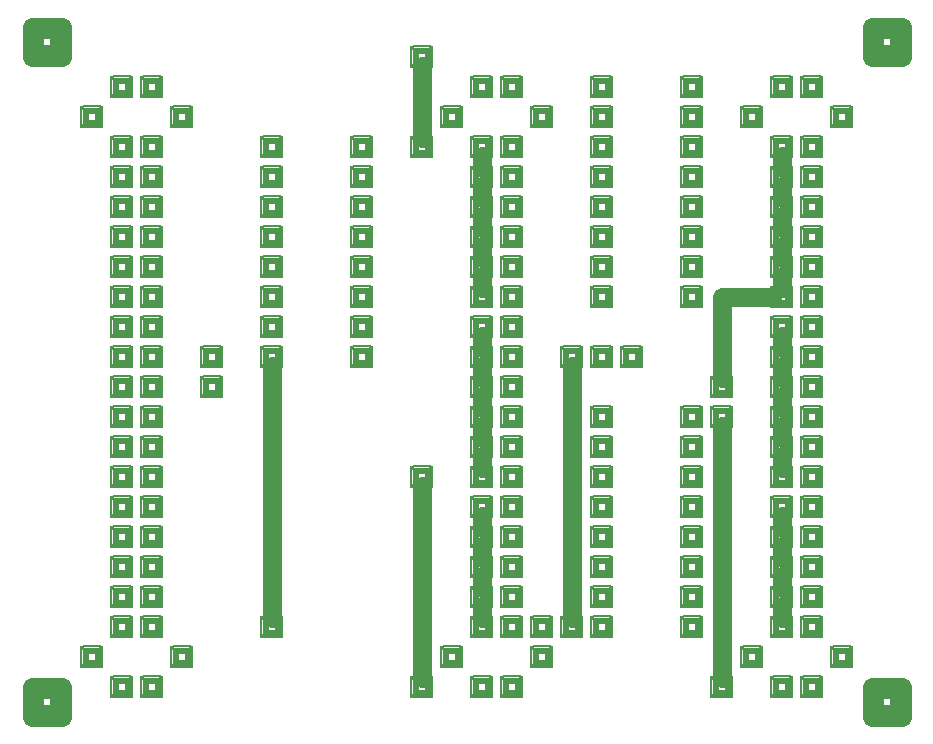
<source format=gtl>
%MOIN*%
%FSLAX23Y23*%
%ADD10C,.012*%
%ADD11C,.062*%
%ADD12C,.050X.024*%
%ADD13R,.062X.062X.024*%
%ADD14C,.016*%
%ADD15R,.008X.062*%
%ADD16R,.062X.008*%
%ADD17C,.008*%
%LPD*%
G90*X0Y0D02*X150Y150D02*D11*X50D01*Y250D01*       
X150D01*Y150D01*D13*X100Y200D03*X250Y350D03*D14*  
X281Y381D03*Y319D03*X219Y381D03*Y319D03*D15*      
X285Y350D03*X215D03*D16*X250Y385D03*Y315D03*D13*  
X350Y250D03*D14*X381Y281D03*Y219D03*X319Y281D03*  
Y219D03*D15*X385Y250D03*X315D03*D16*X350Y285D03*  
Y215D03*D13*X450Y450D03*D14*X481Y481D03*Y419D03*  
X419Y481D03*Y419D03*D15*X485Y450D03*X415D03*D16*  
X450Y485D03*Y415D03*D13*X350Y450D03*D14*          
X381Y481D03*Y419D03*X319Y481D03*Y419D03*D15*      
X385Y450D03*X315D03*D16*X350Y485D03*Y415D03*D13*  
X450Y250D03*D14*X481Y281D03*Y219D03*X419Y281D03*  
Y219D03*D15*X485Y250D03*X415D03*D16*X450Y285D03*  
Y215D03*D13*Y550D03*D14*X481Y581D03*Y519D03*      
X419Y581D03*Y519D03*D15*X485Y550D03*X415D03*D16*  
X450Y585D03*Y515D03*D13*X350Y550D03*D14*          
X381Y581D03*Y519D03*X319Y581D03*Y519D03*D15*      
X385Y550D03*X315D03*D16*X350Y585D03*Y515D03*D13*  
X550Y350D03*D14*X581Y381D03*Y319D03*X519Y381D03*  
Y319D03*D15*X585Y350D03*X515D03*D16*X550Y385D03*  
Y315D03*D13*X450Y650D03*D14*X481Y681D03*Y619D03*  
X419Y681D03*Y619D03*D15*X485Y650D03*X415D03*D16*  
X450Y685D03*Y615D03*D13*X350Y650D03*D14*          
X381Y681D03*Y619D03*X319Y681D03*Y619D03*D15*      
X385Y650D03*X315D03*D16*X350Y685D03*Y615D03*D13*  
X450Y750D03*D14*X481Y781D03*Y719D03*X419Y781D03*  
Y719D03*D15*X485Y750D03*X415D03*D16*X450Y785D03*  
Y715D03*D13*X350Y750D03*D14*X381Y781D03*Y719D03*  
X319Y781D03*Y719D03*D15*X385Y750D03*X315D03*D16*  
X350Y785D03*Y715D03*D13*X450Y850D03*D14*          
X481Y881D03*Y819D03*X419Y881D03*Y819D03*D15*      
X485Y850D03*X415D03*D16*X450Y885D03*Y815D03*D13*  
X350Y850D03*D14*X381Y881D03*Y819D03*X319Y881D03*  
Y819D03*D15*X385Y850D03*X315D03*D16*X350Y885D03*  
Y815D03*D13*X850Y450D03*D14*X881Y481D03*Y419D03*  
X819Y481D03*Y419D03*D15*X885Y450D03*X815D03*D16*  
X850Y485D03*Y415D03*Y481D02*D11*Y1319D01*D13*     
Y1350D03*D14*X881Y1381D03*Y1319D03*X819Y1381D03*  
Y1319D03*D15*X885Y1350D03*X815D03*D16*            
X850Y1385D03*Y1315D03*D13*Y1450D03*D14*           
X881Y1481D03*Y1419D03*X819Y1481D03*Y1419D03*D15*  
X885Y1450D03*X815D03*D16*X850Y1485D03*Y1415D03*   
D13*Y1550D03*D14*X881Y1581D03*Y1519D03*           
X819Y1581D03*Y1519D03*D15*X885Y1550D03*X815D03*   
D16*X850Y1585D03*Y1515D03*D13*X650Y1350D03*D14*   
X681Y1381D03*Y1319D03*X619Y1381D03*Y1319D03*D15*  
X685Y1350D03*X615D03*D16*X650Y1385D03*Y1315D03*   
D13*Y1250D03*D14*X681Y1281D03*Y1219D03*           
X619Y1281D03*Y1219D03*D15*X685Y1250D03*X615D03*   
D16*X650Y1285D03*Y1215D03*D13*X1150Y1650D03*D14*  
X1181Y1681D03*Y1619D03*X1119Y1681D03*Y1619D03*D15*
X1185Y1650D03*X1115D03*D16*X1150Y1685D03*Y1615D03*
D13*Y1350D03*D14*X1181Y1381D03*Y1319D03*          
X1119Y1381D03*Y1319D03*D15*X1185Y1350D03*X1115D03*
D16*X1150Y1385D03*Y1315D03*D13*X850Y1650D03*D14*  
X881Y1681D03*Y1619D03*X819Y1681D03*Y1619D03*D15*  
X885Y1650D03*X815D03*D16*X850Y1685D03*Y1615D03*   
D13*X1150Y1450D03*D14*X1181Y1481D03*Y1419D03*     
X1119Y1481D03*Y1419D03*D15*X1185Y1450D03*X1115D03*
D16*X1150Y1485D03*Y1415D03*D13*Y1550D03*D14*      
X1181Y1581D03*Y1519D03*X1119Y1581D03*Y1519D03*D15*
X1185Y1550D03*X1115D03*D16*X1150Y1585D03*Y1515D03*
D13*X450Y1750D03*D14*X481Y1781D03*Y1719D03*       
X419Y1781D03*Y1719D03*D15*X485Y1750D03*X415D03*   
D16*X450Y1785D03*Y1715D03*D13*Y950D03*D14*        
X481Y981D03*Y919D03*X419Y981D03*Y919D03*D15*      
X485Y950D03*X415D03*D16*X450Y985D03*Y915D03*D13*  
X1150Y1750D03*D14*X1181Y1781D03*Y1719D03*         
X1119Y1781D03*Y1719D03*D15*X1185Y1750D03*X1115D03*
D16*X1150Y1785D03*Y1715D03*D13*X450Y1650D03*D14*  
X481Y1681D03*Y1619D03*X419Y1681D03*Y1619D03*D15*  
X485Y1650D03*X415D03*D16*X450Y1685D03*Y1615D03*   
D13*Y1550D03*D14*X481Y1581D03*Y1519D03*           
X419Y1581D03*Y1519D03*D15*X485Y1550D03*X415D03*   
D16*X450Y1585D03*Y1515D03*D13*Y1450D03*D14*       
X481Y1481D03*Y1419D03*X419Y1481D03*Y1419D03*D15*  
X485Y1450D03*X415D03*D16*X450Y1485D03*Y1415D03*   
D13*X850Y1750D03*D14*X881Y1781D03*Y1719D03*       
X819Y1781D03*Y1719D03*D15*X885Y1750D03*X815D03*   
D16*X850Y1785D03*Y1715D03*D13*X450Y1350D03*D14*   
X481Y1381D03*Y1319D03*X419Y1381D03*Y1319D03*D15*  
X485Y1350D03*X415D03*D16*X450Y1385D03*Y1315D03*   
D13*Y1250D03*D14*X481Y1281D03*Y1219D03*           
X419Y1281D03*Y1219D03*D15*X485Y1250D03*X415D03*   
D16*X450Y1285D03*Y1215D03*D13*Y1150D03*D14*       
X481Y1181D03*Y1119D03*X419Y1181D03*Y1119D03*D15*  
X485Y1150D03*X415D03*D16*X450Y1185D03*Y1115D03*   
D13*Y1050D03*D14*X481Y1081D03*Y1019D03*           
X419Y1081D03*Y1019D03*D15*X485Y1050D03*X415D03*   
D16*X450Y1085D03*Y1015D03*D13*X350Y1850D03*D14*   
X381Y1881D03*Y1819D03*X319Y1881D03*Y1819D03*D15*  
X385Y1850D03*X315D03*D16*X350Y1885D03*Y1815D03*   
D13*X1350Y950D03*D14*X1381Y981D03*Y919D03*        
X1319Y981D03*Y919D03*D15*X1385Y950D03*X1315D03*   
D16*X1350Y985D03*Y915D03*Y919D02*D11*Y281D01*D13* 
Y250D03*D14*X1381Y281D03*Y219D03*X1319Y281D03*    
Y219D03*D15*X1385Y250D03*X1315D03*D16*            
X1350Y285D03*Y215D03*D13*X1450Y350D03*D14*        
X1481Y381D03*Y319D03*X1419Y381D03*Y319D03*D15*    
X1485Y350D03*X1415D03*D16*X1450Y385D03*Y315D03*   
D13*X1550Y450D03*D14*X1581Y481D03*Y419D03*        
X1519Y481D03*Y419D03*D15*X1585Y450D03*X1515D03*   
D16*X1550Y485D03*Y415D03*Y481D02*D11*Y519D01*D13* 
Y550D03*D14*X1581Y581D03*Y519D03*X1519Y581D03*    
Y519D03*D15*X1585Y550D03*X1515D03*D16*            
X1550Y585D03*Y515D03*Y581D02*D11*Y619D01*D13*     
Y650D03*D14*X1581Y681D03*Y619D03*X1519Y681D03*    
Y619D03*D15*X1585Y650D03*X1515D03*D16*            
X1550Y685D03*Y615D03*Y681D02*D11*Y719D01*D13*     
Y750D03*D14*X1581Y781D03*Y719D03*X1519Y781D03*    
Y719D03*D15*X1585Y750D03*X1515D03*D16*            
X1550Y785D03*Y715D03*Y781D02*D11*Y819D01*D13*     
Y850D03*D14*X1581Y881D03*Y819D03*X1519Y881D03*    
Y819D03*D15*X1585Y850D03*X1515D03*D16*            
X1550Y885D03*Y815D03*D13*X1650Y750D03*D14*        
X1681Y781D03*Y719D03*X1619Y781D03*Y719D03*D15*    
X1685Y750D03*X1615D03*D16*X1650Y785D03*Y715D03*   
D13*Y950D03*D14*X1681Y981D03*Y919D03*X1619Y981D03*
Y919D03*D15*X1685Y950D03*X1615D03*D16*            
X1650Y985D03*Y915D03*D13*Y850D03*D14*X1681Y881D03*
Y819D03*X1619Y881D03*Y819D03*D15*X1685Y850D03*    
X1615D03*D16*X1650Y885D03*Y815D03*D13*            
X1550Y950D03*D14*X1581Y981D03*Y919D03*            
X1519Y981D03*Y919D03*D15*X1585Y950D03*X1515D03*   
D16*X1550Y985D03*Y915D03*Y981D02*D11*Y1019D01*D13*
Y1050D03*D14*X1581Y1081D03*Y1019D03*X1519Y1081D03*
Y1019D03*D15*X1585Y1050D03*X1515D03*D16*          
X1550Y1085D03*Y1015D03*Y1081D02*D11*Y1119D01*D13* 
Y1150D03*D14*X1581Y1181D03*Y1119D03*X1519Y1181D03*
Y1119D03*D15*X1585Y1150D03*X1515D03*D16*          
X1550Y1185D03*Y1115D03*Y1181D02*D11*Y1219D01*D13* 
Y1250D03*D14*X1581Y1281D03*Y1219D03*X1519Y1281D03*
Y1219D03*D15*X1585Y1250D03*X1515D03*D16*          
X1550Y1285D03*Y1215D03*Y1281D02*D11*Y1319D01*D13* 
Y1350D03*D14*X1581Y1381D03*Y1319D03*X1519Y1381D03*
Y1319D03*D15*X1585Y1350D03*X1515D03*D16*          
X1550Y1385D03*Y1315D03*Y1381D02*D11*Y1419D01*D13* 
Y1450D03*D14*X1581Y1481D03*Y1419D03*X1519Y1481D03*
Y1419D03*D15*X1585Y1450D03*X1515D03*D16*          
X1550Y1485D03*Y1415D03*D13*X1650Y1350D03*D14*     
X1681Y1381D03*Y1319D03*X1619Y1381D03*Y1319D03*D15*
X1685Y1350D03*X1615D03*D16*X1650Y1385D03*Y1315D03*
D13*Y1550D03*D14*X1681Y1581D03*Y1519D03*          
X1619Y1581D03*Y1519D03*D15*X1685Y1550D03*X1615D03*
D16*X1650Y1585D03*Y1515D03*D13*Y1450D03*D14*      
X1681Y1481D03*Y1419D03*X1619Y1481D03*Y1419D03*D15*
X1685Y1450D03*X1615D03*D16*X1650Y1485D03*Y1415D03*
D13*X1550Y1550D03*D14*X1581Y1581D03*Y1519D03*     
X1519Y1581D03*Y1519D03*D15*X1585Y1550D03*X1515D03*
D16*X1550Y1585D03*Y1515D03*Y1581D02*D11*Y1619D01* 
D13*Y1650D03*D14*X1581Y1681D03*Y1619D03*          
X1519Y1681D03*Y1619D03*D15*X1585Y1650D03*X1515D03*
D16*X1550Y1685D03*Y1615D03*Y1681D02*D11*Y1719D01* 
D13*Y1750D03*D14*X1581Y1781D03*Y1719D03*          
X1519Y1781D03*Y1719D03*D15*X1585Y1750D03*X1515D03*
D16*X1550Y1785D03*Y1715D03*Y1781D02*D11*Y1819D01* 
D13*Y1850D03*D14*X1581Y1881D03*Y1819D03*          
X1519Y1881D03*Y1819D03*D15*X1585Y1850D03*X1515D03*
D16*X1550Y1885D03*Y1815D03*Y1881D02*D11*Y1919D01* 
D13*Y1950D03*D14*X1581Y1981D03*Y1919D03*          
X1519Y1981D03*Y1919D03*D15*X1585Y1950D03*X1515D03*
D16*X1550Y1985D03*Y1915D03*Y1981D02*D11*Y2019D01* 
D13*Y2050D03*D14*X1581Y2081D03*Y2019D03*          
X1519Y2081D03*Y2019D03*D15*X1585Y2050D03*X1515D03*
D16*X1550Y2085D03*Y2015D03*D13*X1650Y1950D03*D14* 
X1681Y1981D03*Y1919D03*X1619Y1981D03*Y1919D03*D15*
X1685Y1950D03*X1615D03*D16*X1650Y1985D03*Y1915D03*
D13*X1450Y2150D03*D14*X1481Y2181D03*Y2119D03*     
X1419Y2181D03*Y2119D03*D15*X1485Y2150D03*X1415D03*
D16*X1450Y2185D03*Y2115D03*D13*X1650Y2050D03*D14* 
X1681Y2081D03*Y2019D03*X1619Y2081D03*Y2019D03*D15*
X1685Y2050D03*X1615D03*D16*X1650Y2085D03*Y2015D03*
D13*Y2250D03*D14*X1681Y2281D03*Y2219D03*          
X1619Y2281D03*Y2219D03*D15*X1685Y2250D03*X1615D03*
D16*X1650Y2285D03*Y2215D03*D13*X1550Y2250D03*D14* 
X1581Y2281D03*Y2219D03*X1519Y2281D03*Y2219D03*D15*
X1585Y2250D03*X1515D03*D16*X1550Y2285D03*Y2215D03*
D13*X1350Y2050D03*D14*X1381Y2081D03*Y2019D03*     
X1319Y2081D03*Y2019D03*D15*X1385Y2050D03*X1315D03*
D16*X1350Y2085D03*Y2015D03*Y2081D02*D11*Y2319D01* 
D13*Y2350D03*D14*X1381Y2381D03*Y2319D03*          
X1319Y2381D03*Y2319D03*D15*X1385Y2350D03*X1315D03*
D16*X1350Y2385D03*Y2315D03*D13*X1150Y2050D03*D14* 
X1181Y2081D03*Y2019D03*X1119Y2081D03*Y2019D03*D15*
X1185Y2050D03*X1115D03*D16*X1150Y2085D03*Y2015D03*
D13*X1750Y2150D03*D14*X1781Y2181D03*Y2119D03*     
X1719Y2181D03*Y2119D03*D15*X1785Y2150D03*X1715D03*
D16*X1750Y2185D03*Y2115D03*D13*X1150Y1950D03*D14* 
X1181Y1981D03*Y1919D03*X1119Y1981D03*Y1919D03*D15*
X1185Y1950D03*X1115D03*D16*X1150Y1985D03*Y1915D03*
D13*X850Y1850D03*D14*X881Y1881D03*Y1819D03*       
X819Y1881D03*Y1819D03*D15*X885Y1850D03*X815D03*   
D16*X850Y1885D03*Y1815D03*D13*X1150Y1850D03*D14*  
X1181Y1881D03*Y1819D03*X1119Y1881D03*Y1819D03*D15*
X1185Y1850D03*X1115D03*D16*X1150Y1885D03*Y1815D03*
D13*X850Y2050D03*D14*X881Y2081D03*Y2019D03*       
X819Y2081D03*Y2019D03*D15*X885Y2050D03*X815D03*   
D16*X850Y2085D03*Y2015D03*D13*X1650Y1850D03*D14*  
X1681Y1881D03*Y1819D03*X1619Y1881D03*Y1819D03*D15*
X1685Y1850D03*X1615D03*D16*X1650Y1885D03*Y1815D03*
D13*X850Y1950D03*D14*X881Y1981D03*Y1919D03*       
X819Y1981D03*Y1919D03*D15*X885Y1950D03*X815D03*   
D16*X850Y1985D03*Y1915D03*D13*X1950Y1750D03*D14*  
X1981Y1781D03*Y1719D03*X1919Y1781D03*Y1719D03*D15*
X1985Y1750D03*X1915D03*D16*X1950Y1785D03*Y1715D03*
D13*Y1850D03*D14*X1981Y1881D03*Y1819D03*          
X1919Y1881D03*Y1819D03*D15*X1985Y1850D03*X1915D03*
D16*X1950Y1885D03*Y1815D03*D13*Y1950D03*D14*      
X1981Y1981D03*Y1919D03*X1919Y1981D03*Y1919D03*D15*
X1985Y1950D03*X1915D03*D16*X1950Y1985D03*Y1915D03*
D13*Y2050D03*D14*X1981Y2081D03*Y2019D03*          
X1919Y2081D03*Y2019D03*D15*X1985Y2050D03*X1915D03*
D16*X1950Y2085D03*Y2015D03*D13*Y2150D03*D14*      
X1981Y2181D03*Y2119D03*X1919Y2181D03*Y2119D03*D15*
X1985Y2150D03*X1915D03*D16*X1950Y2185D03*Y2115D03*
D13*Y2250D03*D14*X1981Y2281D03*Y2219D03*          
X1919Y2281D03*Y2219D03*D15*X1985Y2250D03*X1915D03*
D16*X1950Y2285D03*Y2215D03*D13*X1650Y1750D03*D14* 
X1681Y1781D03*Y1719D03*X1619Y1781D03*Y1719D03*D15*
X1685Y1750D03*X1615D03*D16*X1650Y1785D03*Y1715D03*
D13*Y1650D03*D14*X1681Y1681D03*Y1619D03*          
X1619Y1681D03*Y1619D03*D15*X1685Y1650D03*X1615D03*
D16*X1650Y1685D03*Y1615D03*D13*X1950Y1650D03*D14* 
X1981Y1681D03*Y1619D03*X1919Y1681D03*Y1619D03*D15*
X1985Y1650D03*X1915D03*D16*X1950Y1685D03*Y1615D03*
D13*X550Y2150D03*D14*X581Y2181D03*Y2119D03*       
X519Y2181D03*Y2119D03*D15*X585Y2150D03*X515D03*   
D16*X550Y2185D03*Y2115D03*D13*X1950Y1550D03*D14*  
X1981Y1581D03*Y1519D03*X1919Y1581D03*Y1519D03*D15*
X1985Y1550D03*X1915D03*D16*X1950Y1585D03*Y1515D03*
D13*X2250Y1550D03*D14*X2281Y1581D03*Y1519D03*     
X2219Y1581D03*Y1519D03*D15*X2285Y1550D03*X2215D03*
D16*X2250Y1585D03*Y1515D03*D13*Y1650D03*D14*      
X2281Y1681D03*Y1619D03*X2219Y1681D03*Y1619D03*D15*
X2285Y1650D03*X2215D03*D16*X2250Y1685D03*Y1615D03*
D13*Y1750D03*D14*X2281Y1781D03*Y1719D03*          
X2219Y1781D03*Y1719D03*D15*X2285Y1750D03*X2215D03*
D16*X2250Y1785D03*Y1715D03*D13*Y1850D03*D14*      
X2281Y1881D03*Y1819D03*X2219Y1881D03*Y1819D03*D15*
X2285Y1850D03*X2215D03*D16*X2250Y1885D03*Y1815D03*
D13*Y1950D03*D14*X2281Y1981D03*Y1919D03*          
X2219Y1981D03*Y1919D03*D15*X2285Y1950D03*X2215D03*
D16*X2250Y1985D03*Y1915D03*D13*Y2050D03*D14*      
X2281Y2081D03*Y2019D03*X2219Y2081D03*Y2019D03*D15*
X2285Y2050D03*X2215D03*D16*X2250Y2085D03*Y2015D03*
D13*Y2150D03*D14*X2281Y2181D03*Y2119D03*          
X2219Y2181D03*Y2119D03*D15*X2285Y2150D03*X2215D03*
D16*X2250Y2185D03*Y2115D03*D13*Y2250D03*D14*      
X2281Y2281D03*Y2219D03*X2219Y2281D03*Y2219D03*D15*
X2285Y2250D03*X2215D03*D16*X2250Y2285D03*Y2215D03*
D13*X450Y2250D03*D14*X481Y2281D03*Y2219D03*       
X419Y2281D03*Y2219D03*D15*X485Y2250D03*X415D03*   
D16*X450Y2285D03*Y2215D03*D13*Y2050D03*D14*       
X481Y2081D03*Y2019D03*X419Y2081D03*Y2019D03*D15*  
X485Y2050D03*X415D03*D16*X450Y2085D03*Y2015D03*   
D13*Y1950D03*D14*X481Y1981D03*Y1919D03*           
X419Y1981D03*Y1919D03*D15*X485Y1950D03*X415D03*   
D16*X450Y1985D03*Y1915D03*D13*Y1850D03*D14*       
X481Y1881D03*Y1819D03*X419Y1881D03*Y1819D03*D15*  
X485Y1850D03*X415D03*D16*X450Y1885D03*Y1815D03*   
D13*X350Y1350D03*D14*X381Y1381D03*Y1319D03*       
X319Y1381D03*Y1319D03*D15*X385Y1350D03*X315D03*   
D16*X350Y1385D03*Y1315D03*X2350Y1550D02*D11*      
Y1281D01*D13*Y1250D03*D14*X2381Y1281D03*Y1219D03* 
X2319Y1281D03*Y1219D03*D15*X2385Y1250D03*X2315D03*
D16*X2350Y1285D03*Y1215D03*D13*X2250Y1150D03*D14* 
X2281Y1181D03*Y1119D03*X2219Y1181D03*Y1119D03*D15*
X2285Y1150D03*X2215D03*D16*X2250Y1185D03*Y1115D03*
D13*X2350Y1150D03*D14*X2381Y1181D03*Y1119D03*     
X2319Y1181D03*Y1119D03*D15*X2385Y1150D03*X2315D03*
D16*X2350Y1185D03*Y1115D03*Y1119D02*D11*Y281D01*  
D13*Y250D03*D14*X2381Y281D03*Y219D03*X2319Y281D03*
Y219D03*D15*X2385Y250D03*X2315D03*D16*            
X2350Y285D03*Y215D03*D13*X2450Y350D03*D14*        
X2481Y381D03*Y319D03*X2419Y381D03*Y319D03*D15*    
X2485Y350D03*X2415D03*D16*X2450Y385D03*Y315D03*   
D13*X2550Y450D03*D14*X2581Y481D03*Y419D03*        
X2519Y481D03*Y419D03*D15*X2585Y450D03*X2515D03*   
D16*X2550Y485D03*Y415D03*Y481D02*D11*Y519D01*D13* 
Y550D03*D14*X2581Y581D03*Y519D03*X2519Y581D03*    
Y519D03*D15*X2585Y550D03*X2515D03*D16*            
X2550Y585D03*Y515D03*Y581D02*D11*Y619D01*D13*     
Y650D03*D14*X2581Y681D03*Y619D03*X2519Y681D03*    
Y619D03*D15*X2585Y650D03*X2515D03*D16*            
X2550Y685D03*Y615D03*Y681D02*D11*Y719D01*D13*     
Y750D03*D14*X2581Y781D03*Y719D03*X2519Y781D03*    
Y719D03*D15*X2585Y750D03*X2515D03*D16*            
X2550Y785D03*Y715D03*Y781D02*D11*Y819D01*D13*     
Y850D03*D14*X2581Y881D03*Y819D03*X2519Y881D03*    
Y819D03*D15*X2585Y850D03*X2515D03*D16*            
X2550Y885D03*Y815D03*D13*X2650Y750D03*D14*        
X2681Y781D03*Y719D03*X2619Y781D03*Y719D03*D15*    
X2685Y750D03*X2615D03*D16*X2650Y785D03*Y715D03*   
D13*Y950D03*D14*X2681Y981D03*Y919D03*X2619Y981D03*
Y919D03*D15*X2685Y950D03*X2615D03*D16*            
X2650Y985D03*Y915D03*D13*Y850D03*D14*X2681Y881D03*
Y819D03*X2619Y881D03*Y819D03*D15*X2685Y850D03*    
X2615D03*D16*X2650Y885D03*Y815D03*D13*            
X2550Y950D03*D14*X2581Y981D03*Y919D03*            
X2519Y981D03*Y919D03*D15*X2585Y950D03*X2515D03*   
D16*X2550Y985D03*Y915D03*Y981D02*D11*Y1019D01*D13*
Y1050D03*D14*X2581Y1081D03*Y1019D03*X2519Y1081D03*
Y1019D03*D15*X2585Y1050D03*X2515D03*D16*          
X2550Y1085D03*Y1015D03*Y1081D02*D11*Y1119D01*D13* 
Y1150D03*D14*X2581Y1181D03*Y1119D03*X2519Y1181D03*
Y1119D03*D15*X2585Y1150D03*X2515D03*D16*          
X2550Y1185D03*Y1115D03*Y1181D02*D11*Y1219D01*D13* 
Y1250D03*D14*X2581Y1281D03*Y1219D03*X2519Y1281D03*
Y1219D03*D15*X2585Y1250D03*X2515D03*D16*          
X2550Y1285D03*Y1215D03*Y1281D02*D11*Y1319D01*D13* 
Y1350D03*D14*X2581Y1381D03*Y1319D03*X2519Y1381D03*
Y1319D03*D15*X2585Y1350D03*X2515D03*D16*          
X2550Y1385D03*Y1315D03*Y1381D02*D11*Y1419D01*D13* 
Y1450D03*D14*X2581Y1481D03*Y1419D03*X2519Y1481D03*
Y1419D03*D15*X2585Y1450D03*X2515D03*D16*          
X2550Y1485D03*Y1415D03*D13*X2650Y1350D03*D14*     
X2681Y1381D03*Y1319D03*X2619Y1381D03*Y1319D03*D15*
X2685Y1350D03*X2615D03*D16*X2650Y1385D03*Y1315D03*
D13*Y1550D03*D14*X2681Y1581D03*Y1519D03*          
X2619Y1581D03*Y1519D03*D15*X2685Y1550D03*X2615D03*
D16*X2650Y1585D03*Y1515D03*D13*Y1450D03*D14*      
X2681Y1481D03*Y1419D03*X2619Y1481D03*Y1419D03*D15*
X2685Y1450D03*X2615D03*D16*X2650Y1485D03*Y1415D03*
D13*X2550Y1550D03*D14*X2581Y1581D03*Y1519D03*     
X2519Y1581D03*Y1519D03*D15*X2585Y1550D03*X2515D03*
D16*X2550Y1585D03*Y1515D03*X2519Y1550D02*D11*     
X2350D01*D13*X2550Y1750D03*D14*X2581Y1781D03*     
Y1719D03*X2519Y1781D03*Y1719D03*D15*X2585Y1750D03*
X2515D03*D16*X2550Y1785D03*Y1715D03*Y1719D02*D11* 
Y1681D01*D13*Y1650D03*D14*X2581Y1681D03*Y1619D03* 
X2519Y1681D03*Y1619D03*D15*X2585Y1650D03*X2515D03*
D16*X2550Y1685D03*Y1615D03*Y1619D02*D11*Y1581D01* 
D13*X2650Y1650D03*D14*X2681Y1681D03*Y1619D03*     
X2619Y1681D03*Y1619D03*D15*X2685Y1650D03*X2615D03*
D16*X2650Y1685D03*Y1615D03*D13*Y1750D03*D14*      
X2681Y1781D03*Y1719D03*X2619Y1781D03*Y1719D03*D15*
X2685Y1750D03*X2615D03*D16*X2650Y1785D03*Y1715D03*
X2550Y1781D02*D11*Y1819D01*D13*Y1850D03*D14*      
X2581Y1881D03*Y1819D03*X2519Y1881D03*Y1819D03*D15*
X2585Y1850D03*X2515D03*D16*X2550Y1885D03*Y1815D03*
Y1881D02*D11*Y1919D01*D13*Y1950D03*D14*           
X2581Y1981D03*Y1919D03*X2519Y1981D03*Y1919D03*D15*
X2585Y1950D03*X2515D03*D16*X2550Y1985D03*Y1915D03*
Y1981D02*D11*Y2019D01*D13*Y2050D03*D14*           
X2581Y2081D03*Y2019D03*X2519Y2081D03*Y2019D03*D15*
X2585Y2050D03*X2515D03*D16*X2550Y2085D03*Y2015D03*
D13*X2650Y1950D03*D14*X2681Y1981D03*Y1919D03*     
X2619Y1981D03*Y1919D03*D15*X2685Y1950D03*X2615D03*
D16*X2650Y1985D03*Y1915D03*D13*X2450Y2150D03*D14* 
X2481Y2181D03*Y2119D03*X2419Y2181D03*Y2119D03*D15*
X2485Y2150D03*X2415D03*D16*X2450Y2185D03*Y2115D03*
D13*X2650Y2050D03*D14*X2681Y2081D03*Y2019D03*     
X2619Y2081D03*Y2019D03*D15*X2685Y2050D03*X2615D03*
D16*X2650Y2085D03*Y2015D03*D13*Y2250D03*D14*      
X2681Y2281D03*Y2219D03*X2619Y2281D03*Y2219D03*D15*
X2685Y2250D03*X2615D03*D16*X2650Y2285D03*Y2215D03*
D13*X2550Y2250D03*D14*X2581Y2281D03*Y2219D03*     
X2519Y2281D03*Y2219D03*D15*X2585Y2250D03*X2515D03*
D16*X2550Y2285D03*Y2215D03*D13*X2750Y2150D03*D14* 
X2781Y2181D03*Y2119D03*X2719Y2181D03*Y2119D03*D15*
X2785Y2150D03*X2715D03*D16*X2750Y2185D03*Y2115D03*
D13*X2650Y1850D03*D14*X2681Y1881D03*Y1819D03*     
X2619Y1881D03*Y1819D03*D15*X2685Y1850D03*X2615D03*
D16*X2650Y1885D03*Y1815D03*X2850Y2350D02*D11*     
X2950D01*Y2450D01*X2850D01*Y2350D01*D13*          
X2900Y2400D03*X1850Y1350D03*D14*X1881Y1381D03*    
Y1319D03*X1819Y1381D03*Y1319D03*D15*X1885Y1350D03*
X1815D03*D16*X1850Y1385D03*Y1315D03*Y1319D02*D11* 
Y481D01*D13*Y450D03*D14*X1881Y481D03*Y419D03*     
X1819Y481D03*Y419D03*D15*X1885Y450D03*X1815D03*   
D16*X1850Y485D03*Y415D03*D13*X1950Y550D03*D14*    
X1981Y581D03*Y519D03*X1919Y581D03*Y519D03*D15*    
X1985Y550D03*X1915D03*D16*X1950Y585D03*Y515D03*   
D13*X1750Y350D03*D14*X1781Y381D03*Y319D03*        
X1719Y381D03*Y319D03*D15*X1785Y350D03*X1715D03*   
D16*X1750Y385D03*Y315D03*D13*X1950Y450D03*D14*    
X1981Y481D03*Y419D03*X1919Y481D03*Y419D03*D15*    
X1985Y450D03*X1915D03*D16*X1950Y485D03*Y415D03*   
D13*X1750Y450D03*D14*X1781Y481D03*Y419D03*        
X1719Y481D03*Y419D03*D15*X1785Y450D03*X1715D03*   
D16*X1750Y485D03*Y415D03*D13*X1650Y650D03*D14*    
X1681Y681D03*Y619D03*X1619Y681D03*Y619D03*D15*    
X1685Y650D03*X1615D03*D16*X1650Y685D03*Y615D03*   
D13*Y250D03*D14*X1681Y281D03*Y219D03*X1619Y281D03*
Y219D03*D15*X1685Y250D03*X1615D03*D16*            
X1650Y285D03*Y215D03*D13*X1950Y650D03*D14*        
X1981Y681D03*Y619D03*X1919Y681D03*Y619D03*D15*    
X1985Y650D03*X1915D03*D16*X1950Y685D03*Y615D03*   
D13*X1650Y550D03*D14*X1681Y581D03*Y519D03*        
X1619Y581D03*Y519D03*D15*X1685Y550D03*X1615D03*   
D16*X1650Y585D03*Y515D03*D13*Y450D03*D14*         
X1681Y481D03*Y419D03*X1619Y481D03*Y419D03*D15*    
X1685Y450D03*X1615D03*D16*X1650Y485D03*Y415D03*   
D13*X1950Y750D03*D14*X1981Y781D03*Y719D03*        
X1919Y781D03*Y719D03*D15*X1985Y750D03*X1915D03*   
D16*X1950Y785D03*Y715D03*D13*X1550Y250D03*D14*    
X1581Y281D03*Y219D03*X1519Y281D03*Y219D03*D15*    
X1585Y250D03*X1515D03*D16*X1550Y285D03*Y215D03*   
D13*X2250Y850D03*D14*X2281Y881D03*Y819D03*        
X2219Y881D03*Y819D03*D15*X2285Y850D03*X2215D03*   
D16*X2250Y885D03*Y815D03*D13*X1950Y850D03*D14*    
X1981Y881D03*Y819D03*X1919Y881D03*Y819D03*D15*    
X1985Y850D03*X1915D03*D16*X1950Y885D03*Y815D03*   
D13*X2250Y450D03*D14*X2281Y481D03*Y419D03*        
X2219Y481D03*Y419D03*D15*X2285Y450D03*X2215D03*   
D16*X2250Y485D03*Y415D03*D13*Y550D03*D14*         
X2281Y581D03*Y519D03*X2219Y581D03*Y519D03*D15*    
X2285Y550D03*X2215D03*D16*X2250Y585D03*Y515D03*   
D13*Y650D03*D14*X2281Y681D03*Y619D03*X2219Y681D03*
Y619D03*D15*X2285Y650D03*X2215D03*D16*            
X2250Y685D03*Y615D03*D13*Y750D03*D14*X2281Y781D03*
Y719D03*X2219Y781D03*Y719D03*D15*X2285Y750D03*    
X2215D03*D16*X2250Y785D03*Y715D03*D13*Y950D03*D14*
X2281Y981D03*Y919D03*X2219Y981D03*Y919D03*D15*    
X2285Y950D03*X2215D03*D16*X2250Y985D03*Y915D03*   
D13*X1950Y950D03*D14*X1981Y981D03*Y919D03*        
X1919Y981D03*Y919D03*D15*X1985Y950D03*X1915D03*   
D16*X1950Y985D03*Y915D03*D13*X2250Y1050D03*D14*   
X2281Y1081D03*Y1019D03*X2219Y1081D03*Y1019D03*D15*
X2285Y1050D03*X2215D03*D16*X2250Y1085D03*Y1015D03*
D13*X1950Y1050D03*D14*X1981Y1081D03*Y1019D03*     
X1919Y1081D03*Y1019D03*D15*X1985Y1050D03*X1915D03*
D16*X1950Y1085D03*Y1015D03*D13*X1650Y1050D03*D14* 
X1681Y1081D03*Y1019D03*X1619Y1081D03*Y1019D03*D15*
X1685Y1050D03*X1615D03*D16*X1650Y1085D03*Y1015D03*
D13*X2550Y250D03*D14*X2581Y281D03*Y219D03*        
X2519Y281D03*Y219D03*D15*X2585Y250D03*X2515D03*   
D16*X2550Y285D03*Y215D03*D13*X1950Y1150D03*D14*   
X1981Y1181D03*Y1119D03*X1919Y1181D03*Y1119D03*D15*
X1985Y1150D03*X1915D03*D16*X1950Y1185D03*Y1115D03*
D13*X1650Y1150D03*D14*X1681Y1181D03*Y1119D03*     
X1619Y1181D03*Y1119D03*D15*X1685Y1150D03*X1615D03*
D16*X1650Y1185D03*Y1115D03*D13*X2650Y1250D03*D14* 
X2681Y1281D03*Y1219D03*X2619Y1281D03*Y1219D03*D15*
X2685Y1250D03*X2615D03*D16*X2650Y1285D03*Y1215D03*
D13*Y250D03*D14*X2681Y281D03*Y219D03*X2619Y281D03*
Y219D03*D15*X2685Y250D03*X2615D03*D16*            
X2650Y285D03*Y215D03*D13*Y450D03*D14*X2681Y481D03*
Y419D03*X2619Y481D03*Y419D03*D15*X2685Y450D03*    
X2615D03*D16*X2650Y485D03*Y415D03*D13*Y550D03*D14*
X2681Y581D03*Y519D03*X2619Y581D03*Y519D03*D15*    
X2685Y550D03*X2615D03*D16*X2650Y585D03*Y515D03*   
D13*Y650D03*D14*X2681Y681D03*Y619D03*X2619Y681D03*
Y619D03*D15*X2685Y650D03*X2615D03*D16*            
X2650Y685D03*Y615D03*D13*X1650Y1250D03*D14*       
X1681Y1281D03*Y1219D03*X1619Y1281D03*Y1219D03*D15*
X1685Y1250D03*X1615D03*D16*X1650Y1285D03*Y1215D03*
D13*X2650Y1050D03*D14*X2681Y1081D03*Y1019D03*     
X2619Y1081D03*Y1019D03*D15*X2685Y1050D03*X2615D03*
D16*X2650Y1085D03*Y1015D03*D13*Y1150D03*D14*      
X2681Y1181D03*Y1119D03*X2619Y1181D03*Y1119D03*D15*
X2685Y1150D03*X2615D03*D16*X2650Y1185D03*Y1115D03*
D13*X2050Y1350D03*D14*X2081Y1381D03*Y1319D03*     
X2019Y1381D03*Y1319D03*D15*X2085Y1350D03*X2015D03*
D16*X2050Y1385D03*Y1315D03*D13*X2750Y350D03*D14*  
X2781Y381D03*Y319D03*X2719Y381D03*Y319D03*D15*    
X2785Y350D03*X2715D03*D16*X2750Y385D03*Y315D03*   
D13*X1950Y1350D03*D14*X1981Y1381D03*Y1319D03*     
X1919Y1381D03*Y1319D03*D15*X1985Y1350D03*X1915D03*
D16*X1950Y1385D03*Y1315D03*X2850Y150D02*D11*      
X2950D01*Y250D01*X2850D01*Y150D01*D13*            
X2900Y200D03*X350Y2250D03*D14*X381Y2281D03*       
Y2219D03*X319Y2281D03*Y2219D03*D15*X385Y2250D03*  
X315D03*D16*X350Y2285D03*Y2215D03*D13*Y2050D03*   
D14*X381Y2081D03*Y2019D03*X319Y2081D03*Y2019D03*  
D15*X385Y2050D03*X315D03*D16*X350Y2085D03*        
Y2015D03*D13*Y1950D03*D14*X381Y1981D03*Y1919D03*  
X319Y1981D03*Y1919D03*D15*X385Y1950D03*X315D03*   
D16*X350Y1985D03*Y1915D03*D13*Y1750D03*D14*       
X381Y1781D03*Y1719D03*X319Y1781D03*Y1719D03*D15*  
X385Y1750D03*X315D03*D16*X350Y1785D03*Y1715D03*   
D13*Y1650D03*D14*X381Y1681D03*Y1619D03*           
X319Y1681D03*Y1619D03*D15*X385Y1650D03*X315D03*   
D16*X350Y1685D03*Y1615D03*D13*Y1550D03*D14*       
X381Y1581D03*Y1519D03*X319Y1581D03*Y1519D03*D15*  
X385Y1550D03*X315D03*D16*X350Y1585D03*Y1515D03*   
D13*Y1450D03*D14*X381Y1481D03*Y1419D03*           
X319Y1481D03*Y1419D03*D15*X385Y1450D03*X315D03*   
D16*X350Y1485D03*Y1415D03*D13*Y1250D03*D14*       
X381Y1281D03*Y1219D03*X319Y1281D03*Y1219D03*D15*  
X385Y1250D03*X315D03*D16*X350Y1285D03*Y1215D03*   
D13*Y1150D03*D14*X381Y1181D03*Y1119D03*           
X319Y1181D03*Y1119D03*D15*X385Y1150D03*X315D03*   
D16*X350Y1185D03*Y1115D03*D13*Y1050D03*D14*       
X381Y1081D03*Y1019D03*X319Y1081D03*Y1019D03*D15*  
X385Y1050D03*X315D03*D16*X350Y1085D03*Y1015D03*   
D13*Y950D03*D14*X381Y981D03*Y919D03*X319Y981D03*  
Y919D03*D15*X385Y950D03*X315D03*D16*X350Y985D03*  
Y915D03*D13*X250Y2150D03*D14*X281Y2181D03*        
Y2119D03*X219Y2181D03*Y2119D03*D15*X285Y2150D03*  
X215D03*D16*X250Y2185D03*Y2115D03*X150Y2450D02*   
D11*Y2350D01*X50D01*Y2450D01*X150D01*D13*         
X100Y2400D03*M02*                                 

</source>
